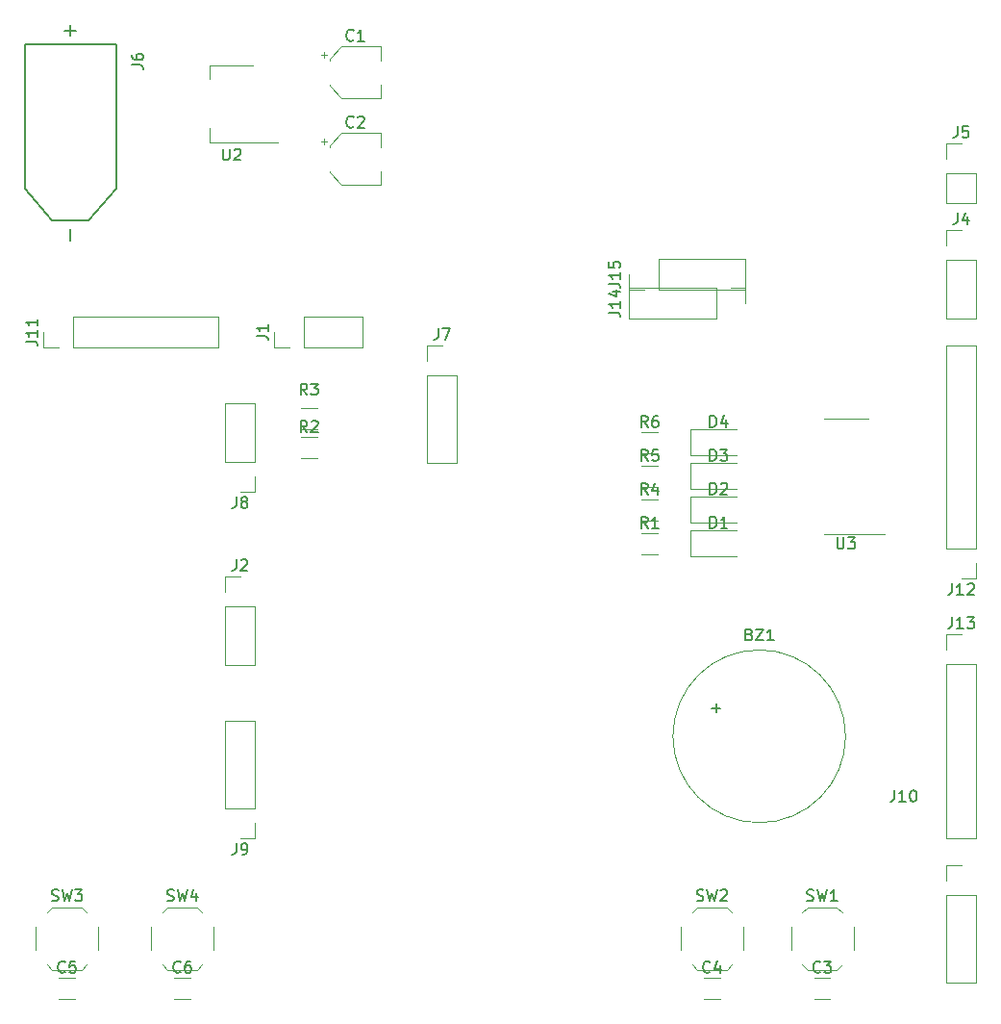
<source format=gbr>
%TF.GenerationSoftware,KiCad,Pcbnew,7.0.10-7.0.10~ubuntu22.04.1*%
%TF.CreationDate,2024-01-15T22:38:42+07:00*%
%TF.ProjectId,PCB_Sensor,5043425f-5365-46e7-936f-722e6b696361,rev?*%
%TF.SameCoordinates,Original*%
%TF.FileFunction,Legend,Top*%
%TF.FilePolarity,Positive*%
%FSLAX46Y46*%
G04 Gerber Fmt 4.6, Leading zero omitted, Abs format (unit mm)*
G04 Created by KiCad (PCBNEW 7.0.10-7.0.10~ubuntu22.04.1) date 2024-01-15 22:38:42*
%MOMM*%
%LPD*%
G01*
G04 APERTURE LIST*
%ADD10C,0.150000*%
%ADD11C,0.120000*%
%ADD12C,0.127000*%
G04 APERTURE END LIST*
D10*
X157146666Y-37764819D02*
X157146666Y-38479104D01*
X157146666Y-38479104D02*
X157099047Y-38621961D01*
X157099047Y-38621961D02*
X157003809Y-38717200D01*
X157003809Y-38717200D02*
X156860952Y-38764819D01*
X156860952Y-38764819D02*
X156765714Y-38764819D01*
X158051428Y-38098152D02*
X158051428Y-38764819D01*
X157813333Y-37717200D02*
X157575238Y-38431485D01*
X157575238Y-38431485D02*
X158194285Y-38431485D01*
X151590476Y-88564819D02*
X151590476Y-89279104D01*
X151590476Y-89279104D02*
X151542857Y-89421961D01*
X151542857Y-89421961D02*
X151447619Y-89517200D01*
X151447619Y-89517200D02*
X151304762Y-89564819D01*
X151304762Y-89564819D02*
X151209524Y-89564819D01*
X152590476Y-89564819D02*
X152019048Y-89564819D01*
X152304762Y-89564819D02*
X152304762Y-88564819D01*
X152304762Y-88564819D02*
X152209524Y-88707676D01*
X152209524Y-88707676D02*
X152114286Y-88802914D01*
X152114286Y-88802914D02*
X152019048Y-88850533D01*
X153209524Y-88564819D02*
X153304762Y-88564819D01*
X153304762Y-88564819D02*
X153400000Y-88612438D01*
X153400000Y-88612438D02*
X153447619Y-88660057D01*
X153447619Y-88660057D02*
X153495238Y-88755295D01*
X153495238Y-88755295D02*
X153542857Y-88945771D01*
X153542857Y-88945771D02*
X153542857Y-89183866D01*
X153542857Y-89183866D02*
X153495238Y-89374342D01*
X153495238Y-89374342D02*
X153447619Y-89469580D01*
X153447619Y-89469580D02*
X153400000Y-89517200D01*
X153400000Y-89517200D02*
X153304762Y-89564819D01*
X153304762Y-89564819D02*
X153209524Y-89564819D01*
X153209524Y-89564819D02*
X153114286Y-89517200D01*
X153114286Y-89517200D02*
X153066667Y-89469580D01*
X153066667Y-89469580D02*
X153019048Y-89374342D01*
X153019048Y-89374342D02*
X152971429Y-89183866D01*
X152971429Y-89183866D02*
X152971429Y-88945771D01*
X152971429Y-88945771D02*
X153019048Y-88755295D01*
X153019048Y-88755295D02*
X153066667Y-88660057D01*
X153066667Y-88660057D02*
X153114286Y-88612438D01*
X153114286Y-88612438D02*
X153209524Y-88564819D01*
X99883333Y-57054819D02*
X99550000Y-56578628D01*
X99311905Y-57054819D02*
X99311905Y-56054819D01*
X99311905Y-56054819D02*
X99692857Y-56054819D01*
X99692857Y-56054819D02*
X99788095Y-56102438D01*
X99788095Y-56102438D02*
X99835714Y-56150057D01*
X99835714Y-56150057D02*
X99883333Y-56245295D01*
X99883333Y-56245295D02*
X99883333Y-56388152D01*
X99883333Y-56388152D02*
X99835714Y-56483390D01*
X99835714Y-56483390D02*
X99788095Y-56531009D01*
X99788095Y-56531009D02*
X99692857Y-56578628D01*
X99692857Y-56578628D02*
X99311905Y-56578628D01*
X100264286Y-56150057D02*
X100311905Y-56102438D01*
X100311905Y-56102438D02*
X100407143Y-56054819D01*
X100407143Y-56054819D02*
X100645238Y-56054819D01*
X100645238Y-56054819D02*
X100740476Y-56102438D01*
X100740476Y-56102438D02*
X100788095Y-56150057D01*
X100788095Y-56150057D02*
X100835714Y-56245295D01*
X100835714Y-56245295D02*
X100835714Y-56340533D01*
X100835714Y-56340533D02*
X100788095Y-56483390D01*
X100788095Y-56483390D02*
X100216667Y-57054819D01*
X100216667Y-57054819D02*
X100835714Y-57054819D01*
X84449819Y-24748333D02*
X85164104Y-24748333D01*
X85164104Y-24748333D02*
X85306961Y-24795952D01*
X85306961Y-24795952D02*
X85402200Y-24891190D01*
X85402200Y-24891190D02*
X85449819Y-25034047D01*
X85449819Y-25034047D02*
X85449819Y-25129285D01*
X84449819Y-23843571D02*
X84449819Y-24034047D01*
X84449819Y-24034047D02*
X84497438Y-24129285D01*
X84497438Y-24129285D02*
X84545057Y-24176904D01*
X84545057Y-24176904D02*
X84687914Y-24272142D01*
X84687914Y-24272142D02*
X84878390Y-24319761D01*
X84878390Y-24319761D02*
X85259342Y-24319761D01*
X85259342Y-24319761D02*
X85354580Y-24272142D01*
X85354580Y-24272142D02*
X85402200Y-24224523D01*
X85402200Y-24224523D02*
X85449819Y-24129285D01*
X85449819Y-24129285D02*
X85449819Y-23938809D01*
X85449819Y-23938809D02*
X85402200Y-23843571D01*
X85402200Y-23843571D02*
X85354580Y-23795952D01*
X85354580Y-23795952D02*
X85259342Y-23748333D01*
X85259342Y-23748333D02*
X85021247Y-23748333D01*
X85021247Y-23748333D02*
X84926009Y-23795952D01*
X84926009Y-23795952D02*
X84878390Y-23843571D01*
X84878390Y-23843571D02*
X84830771Y-23938809D01*
X84830771Y-23938809D02*
X84830771Y-24129285D01*
X84830771Y-24129285D02*
X84878390Y-24224523D01*
X84878390Y-24224523D02*
X84926009Y-24272142D01*
X84926009Y-24272142D02*
X85021247Y-24319761D01*
X95444819Y-48593333D02*
X96159104Y-48593333D01*
X96159104Y-48593333D02*
X96301961Y-48640952D01*
X96301961Y-48640952D02*
X96397200Y-48736190D01*
X96397200Y-48736190D02*
X96444819Y-48879047D01*
X96444819Y-48879047D02*
X96444819Y-48974285D01*
X96444819Y-47593333D02*
X96444819Y-48164761D01*
X96444819Y-47879047D02*
X95444819Y-47879047D01*
X95444819Y-47879047D02*
X95587676Y-47974285D01*
X95587676Y-47974285D02*
X95682914Y-48069523D01*
X95682914Y-48069523D02*
X95730533Y-48164761D01*
X157146666Y-30144819D02*
X157146666Y-30859104D01*
X157146666Y-30859104D02*
X157099047Y-31001961D01*
X157099047Y-31001961D02*
X157003809Y-31097200D01*
X157003809Y-31097200D02*
X156860952Y-31144819D01*
X156860952Y-31144819D02*
X156765714Y-31144819D01*
X158099047Y-30144819D02*
X157622857Y-30144819D01*
X157622857Y-30144819D02*
X157575238Y-30621009D01*
X157575238Y-30621009D02*
X157622857Y-30573390D01*
X157622857Y-30573390D02*
X157718095Y-30525771D01*
X157718095Y-30525771D02*
X157956190Y-30525771D01*
X157956190Y-30525771D02*
X158051428Y-30573390D01*
X158051428Y-30573390D02*
X158099047Y-30621009D01*
X158099047Y-30621009D02*
X158146666Y-30716247D01*
X158146666Y-30716247D02*
X158146666Y-30954342D01*
X158146666Y-30954342D02*
X158099047Y-31049580D01*
X158099047Y-31049580D02*
X158051428Y-31097200D01*
X158051428Y-31097200D02*
X157956190Y-31144819D01*
X157956190Y-31144819D02*
X157718095Y-31144819D01*
X157718095Y-31144819D02*
X157622857Y-31097200D01*
X157622857Y-31097200D02*
X157575238Y-31049580D01*
X87566667Y-98257200D02*
X87709524Y-98304819D01*
X87709524Y-98304819D02*
X87947619Y-98304819D01*
X87947619Y-98304819D02*
X88042857Y-98257200D01*
X88042857Y-98257200D02*
X88090476Y-98209580D01*
X88090476Y-98209580D02*
X88138095Y-98114342D01*
X88138095Y-98114342D02*
X88138095Y-98019104D01*
X88138095Y-98019104D02*
X88090476Y-97923866D01*
X88090476Y-97923866D02*
X88042857Y-97876247D01*
X88042857Y-97876247D02*
X87947619Y-97828628D01*
X87947619Y-97828628D02*
X87757143Y-97781009D01*
X87757143Y-97781009D02*
X87661905Y-97733390D01*
X87661905Y-97733390D02*
X87614286Y-97685771D01*
X87614286Y-97685771D02*
X87566667Y-97590533D01*
X87566667Y-97590533D02*
X87566667Y-97495295D01*
X87566667Y-97495295D02*
X87614286Y-97400057D01*
X87614286Y-97400057D02*
X87661905Y-97352438D01*
X87661905Y-97352438D02*
X87757143Y-97304819D01*
X87757143Y-97304819D02*
X87995238Y-97304819D01*
X87995238Y-97304819D02*
X88138095Y-97352438D01*
X88471429Y-97304819D02*
X88709524Y-98304819D01*
X88709524Y-98304819D02*
X88900000Y-97590533D01*
X88900000Y-97590533D02*
X89090476Y-98304819D01*
X89090476Y-98304819D02*
X89328572Y-97304819D01*
X90138095Y-97638152D02*
X90138095Y-98304819D01*
X89900000Y-97257200D02*
X89661905Y-97971485D01*
X89661905Y-97971485D02*
X90280952Y-97971485D01*
X134206667Y-98257200D02*
X134349524Y-98304819D01*
X134349524Y-98304819D02*
X134587619Y-98304819D01*
X134587619Y-98304819D02*
X134682857Y-98257200D01*
X134682857Y-98257200D02*
X134730476Y-98209580D01*
X134730476Y-98209580D02*
X134778095Y-98114342D01*
X134778095Y-98114342D02*
X134778095Y-98019104D01*
X134778095Y-98019104D02*
X134730476Y-97923866D01*
X134730476Y-97923866D02*
X134682857Y-97876247D01*
X134682857Y-97876247D02*
X134587619Y-97828628D01*
X134587619Y-97828628D02*
X134397143Y-97781009D01*
X134397143Y-97781009D02*
X134301905Y-97733390D01*
X134301905Y-97733390D02*
X134254286Y-97685771D01*
X134254286Y-97685771D02*
X134206667Y-97590533D01*
X134206667Y-97590533D02*
X134206667Y-97495295D01*
X134206667Y-97495295D02*
X134254286Y-97400057D01*
X134254286Y-97400057D02*
X134301905Y-97352438D01*
X134301905Y-97352438D02*
X134397143Y-97304819D01*
X134397143Y-97304819D02*
X134635238Y-97304819D01*
X134635238Y-97304819D02*
X134778095Y-97352438D01*
X135111429Y-97304819D02*
X135349524Y-98304819D01*
X135349524Y-98304819D02*
X135540000Y-97590533D01*
X135540000Y-97590533D02*
X135730476Y-98304819D01*
X135730476Y-98304819D02*
X135968572Y-97304819D01*
X136301905Y-97400057D02*
X136349524Y-97352438D01*
X136349524Y-97352438D02*
X136444762Y-97304819D01*
X136444762Y-97304819D02*
X136682857Y-97304819D01*
X136682857Y-97304819D02*
X136778095Y-97352438D01*
X136778095Y-97352438D02*
X136825714Y-97400057D01*
X136825714Y-97400057D02*
X136873333Y-97495295D01*
X136873333Y-97495295D02*
X136873333Y-97590533D01*
X136873333Y-97590533D02*
X136825714Y-97733390D01*
X136825714Y-97733390D02*
X136254286Y-98304819D01*
X136254286Y-98304819D02*
X136873333Y-98304819D01*
X103973333Y-22559580D02*
X103925714Y-22607200D01*
X103925714Y-22607200D02*
X103782857Y-22654819D01*
X103782857Y-22654819D02*
X103687619Y-22654819D01*
X103687619Y-22654819D02*
X103544762Y-22607200D01*
X103544762Y-22607200D02*
X103449524Y-22511961D01*
X103449524Y-22511961D02*
X103401905Y-22416723D01*
X103401905Y-22416723D02*
X103354286Y-22226247D01*
X103354286Y-22226247D02*
X103354286Y-22083390D01*
X103354286Y-22083390D02*
X103401905Y-21892914D01*
X103401905Y-21892914D02*
X103449524Y-21797676D01*
X103449524Y-21797676D02*
X103544762Y-21702438D01*
X103544762Y-21702438D02*
X103687619Y-21654819D01*
X103687619Y-21654819D02*
X103782857Y-21654819D01*
X103782857Y-21654819D02*
X103925714Y-21702438D01*
X103925714Y-21702438D02*
X103973333Y-21750057D01*
X104925714Y-22654819D02*
X104354286Y-22654819D01*
X104640000Y-22654819D02*
X104640000Y-21654819D01*
X104640000Y-21654819D02*
X104544762Y-21797676D01*
X104544762Y-21797676D02*
X104449524Y-21892914D01*
X104449524Y-21892914D02*
X104354286Y-21940533D01*
X93646666Y-62744819D02*
X93646666Y-63459104D01*
X93646666Y-63459104D02*
X93599047Y-63601961D01*
X93599047Y-63601961D02*
X93503809Y-63697200D01*
X93503809Y-63697200D02*
X93360952Y-63744819D01*
X93360952Y-63744819D02*
X93265714Y-63744819D01*
X94265714Y-63173390D02*
X94170476Y-63125771D01*
X94170476Y-63125771D02*
X94122857Y-63078152D01*
X94122857Y-63078152D02*
X94075238Y-62982914D01*
X94075238Y-62982914D02*
X94075238Y-62935295D01*
X94075238Y-62935295D02*
X94122857Y-62840057D01*
X94122857Y-62840057D02*
X94170476Y-62792438D01*
X94170476Y-62792438D02*
X94265714Y-62744819D01*
X94265714Y-62744819D02*
X94456190Y-62744819D01*
X94456190Y-62744819D02*
X94551428Y-62792438D01*
X94551428Y-62792438D02*
X94599047Y-62840057D01*
X94599047Y-62840057D02*
X94646666Y-62935295D01*
X94646666Y-62935295D02*
X94646666Y-62982914D01*
X94646666Y-62982914D02*
X94599047Y-63078152D01*
X94599047Y-63078152D02*
X94551428Y-63125771D01*
X94551428Y-63125771D02*
X94456190Y-63173390D01*
X94456190Y-63173390D02*
X94265714Y-63173390D01*
X94265714Y-63173390D02*
X94170476Y-63221009D01*
X94170476Y-63221009D02*
X94122857Y-63268628D01*
X94122857Y-63268628D02*
X94075238Y-63363866D01*
X94075238Y-63363866D02*
X94075238Y-63554342D01*
X94075238Y-63554342D02*
X94122857Y-63649580D01*
X94122857Y-63649580D02*
X94170476Y-63697200D01*
X94170476Y-63697200D02*
X94265714Y-63744819D01*
X94265714Y-63744819D02*
X94456190Y-63744819D01*
X94456190Y-63744819D02*
X94551428Y-63697200D01*
X94551428Y-63697200D02*
X94599047Y-63649580D01*
X94599047Y-63649580D02*
X94646666Y-63554342D01*
X94646666Y-63554342D02*
X94646666Y-63363866D01*
X94646666Y-63363866D02*
X94599047Y-63268628D01*
X94599047Y-63268628D02*
X94551428Y-63221009D01*
X94551428Y-63221009D02*
X94456190Y-63173390D01*
X93646666Y-68244819D02*
X93646666Y-68959104D01*
X93646666Y-68959104D02*
X93599047Y-69101961D01*
X93599047Y-69101961D02*
X93503809Y-69197200D01*
X93503809Y-69197200D02*
X93360952Y-69244819D01*
X93360952Y-69244819D02*
X93265714Y-69244819D01*
X94075238Y-68340057D02*
X94122857Y-68292438D01*
X94122857Y-68292438D02*
X94218095Y-68244819D01*
X94218095Y-68244819D02*
X94456190Y-68244819D01*
X94456190Y-68244819D02*
X94551428Y-68292438D01*
X94551428Y-68292438D02*
X94599047Y-68340057D01*
X94599047Y-68340057D02*
X94646666Y-68435295D01*
X94646666Y-68435295D02*
X94646666Y-68530533D01*
X94646666Y-68530533D02*
X94599047Y-68673390D01*
X94599047Y-68673390D02*
X94027619Y-69244819D01*
X94027619Y-69244819D02*
X94646666Y-69244819D01*
X145073333Y-104524580D02*
X145025714Y-104572200D01*
X145025714Y-104572200D02*
X144882857Y-104619819D01*
X144882857Y-104619819D02*
X144787619Y-104619819D01*
X144787619Y-104619819D02*
X144644762Y-104572200D01*
X144644762Y-104572200D02*
X144549524Y-104476961D01*
X144549524Y-104476961D02*
X144501905Y-104381723D01*
X144501905Y-104381723D02*
X144454286Y-104191247D01*
X144454286Y-104191247D02*
X144454286Y-104048390D01*
X144454286Y-104048390D02*
X144501905Y-103857914D01*
X144501905Y-103857914D02*
X144549524Y-103762676D01*
X144549524Y-103762676D02*
X144644762Y-103667438D01*
X144644762Y-103667438D02*
X144787619Y-103619819D01*
X144787619Y-103619819D02*
X144882857Y-103619819D01*
X144882857Y-103619819D02*
X145025714Y-103667438D01*
X145025714Y-103667438D02*
X145073333Y-103715057D01*
X145406667Y-103619819D02*
X146025714Y-103619819D01*
X146025714Y-103619819D02*
X145692381Y-104000771D01*
X145692381Y-104000771D02*
X145835238Y-104000771D01*
X145835238Y-104000771D02*
X145930476Y-104048390D01*
X145930476Y-104048390D02*
X145978095Y-104096009D01*
X145978095Y-104096009D02*
X146025714Y-104191247D01*
X146025714Y-104191247D02*
X146025714Y-104429342D01*
X146025714Y-104429342D02*
X145978095Y-104524580D01*
X145978095Y-104524580D02*
X145930476Y-104572200D01*
X145930476Y-104572200D02*
X145835238Y-104619819D01*
X145835238Y-104619819D02*
X145549524Y-104619819D01*
X145549524Y-104619819D02*
X145454286Y-104572200D01*
X145454286Y-104572200D02*
X145406667Y-104524580D01*
X156670476Y-73324819D02*
X156670476Y-74039104D01*
X156670476Y-74039104D02*
X156622857Y-74181961D01*
X156622857Y-74181961D02*
X156527619Y-74277200D01*
X156527619Y-74277200D02*
X156384762Y-74324819D01*
X156384762Y-74324819D02*
X156289524Y-74324819D01*
X157670476Y-74324819D02*
X157099048Y-74324819D01*
X157384762Y-74324819D02*
X157384762Y-73324819D01*
X157384762Y-73324819D02*
X157289524Y-73467676D01*
X157289524Y-73467676D02*
X157194286Y-73562914D01*
X157194286Y-73562914D02*
X157099048Y-73610533D01*
X158003810Y-73324819D02*
X158622857Y-73324819D01*
X158622857Y-73324819D02*
X158289524Y-73705771D01*
X158289524Y-73705771D02*
X158432381Y-73705771D01*
X158432381Y-73705771D02*
X158527619Y-73753390D01*
X158527619Y-73753390D02*
X158575238Y-73801009D01*
X158575238Y-73801009D02*
X158622857Y-73896247D01*
X158622857Y-73896247D02*
X158622857Y-74134342D01*
X158622857Y-74134342D02*
X158575238Y-74229580D01*
X158575238Y-74229580D02*
X158527619Y-74277200D01*
X158527619Y-74277200D02*
X158432381Y-74324819D01*
X158432381Y-74324819D02*
X158146667Y-74324819D01*
X158146667Y-74324819D02*
X158051429Y-74277200D01*
X158051429Y-74277200D02*
X158003810Y-74229580D01*
X129870833Y-56634819D02*
X129537500Y-56158628D01*
X129299405Y-56634819D02*
X129299405Y-55634819D01*
X129299405Y-55634819D02*
X129680357Y-55634819D01*
X129680357Y-55634819D02*
X129775595Y-55682438D01*
X129775595Y-55682438D02*
X129823214Y-55730057D01*
X129823214Y-55730057D02*
X129870833Y-55825295D01*
X129870833Y-55825295D02*
X129870833Y-55968152D01*
X129870833Y-55968152D02*
X129823214Y-56063390D01*
X129823214Y-56063390D02*
X129775595Y-56111009D01*
X129775595Y-56111009D02*
X129680357Y-56158628D01*
X129680357Y-56158628D02*
X129299405Y-56158628D01*
X130727976Y-55634819D02*
X130537500Y-55634819D01*
X130537500Y-55634819D02*
X130442262Y-55682438D01*
X130442262Y-55682438D02*
X130394643Y-55730057D01*
X130394643Y-55730057D02*
X130299405Y-55872914D01*
X130299405Y-55872914D02*
X130251786Y-56063390D01*
X130251786Y-56063390D02*
X130251786Y-56444342D01*
X130251786Y-56444342D02*
X130299405Y-56539580D01*
X130299405Y-56539580D02*
X130347024Y-56587200D01*
X130347024Y-56587200D02*
X130442262Y-56634819D01*
X130442262Y-56634819D02*
X130632738Y-56634819D01*
X130632738Y-56634819D02*
X130727976Y-56587200D01*
X130727976Y-56587200D02*
X130775595Y-56539580D01*
X130775595Y-56539580D02*
X130823214Y-56444342D01*
X130823214Y-56444342D02*
X130823214Y-56206247D01*
X130823214Y-56206247D02*
X130775595Y-56111009D01*
X130775595Y-56111009D02*
X130727976Y-56063390D01*
X130727976Y-56063390D02*
X130632738Y-56015771D01*
X130632738Y-56015771D02*
X130442262Y-56015771D01*
X130442262Y-56015771D02*
X130347024Y-56063390D01*
X130347024Y-56063390D02*
X130299405Y-56111009D01*
X130299405Y-56111009D02*
X130251786Y-56206247D01*
X135373333Y-104524580D02*
X135325714Y-104572200D01*
X135325714Y-104572200D02*
X135182857Y-104619819D01*
X135182857Y-104619819D02*
X135087619Y-104619819D01*
X135087619Y-104619819D02*
X134944762Y-104572200D01*
X134944762Y-104572200D02*
X134849524Y-104476961D01*
X134849524Y-104476961D02*
X134801905Y-104381723D01*
X134801905Y-104381723D02*
X134754286Y-104191247D01*
X134754286Y-104191247D02*
X134754286Y-104048390D01*
X134754286Y-104048390D02*
X134801905Y-103857914D01*
X134801905Y-103857914D02*
X134849524Y-103762676D01*
X134849524Y-103762676D02*
X134944762Y-103667438D01*
X134944762Y-103667438D02*
X135087619Y-103619819D01*
X135087619Y-103619819D02*
X135182857Y-103619819D01*
X135182857Y-103619819D02*
X135325714Y-103667438D01*
X135325714Y-103667438D02*
X135373333Y-103715057D01*
X136230476Y-103953152D02*
X136230476Y-104619819D01*
X135992381Y-103572200D02*
X135754286Y-104286485D01*
X135754286Y-104286485D02*
X136373333Y-104286485D01*
X126454819Y-46529523D02*
X127169104Y-46529523D01*
X127169104Y-46529523D02*
X127311961Y-46577142D01*
X127311961Y-46577142D02*
X127407200Y-46672380D01*
X127407200Y-46672380D02*
X127454819Y-46815237D01*
X127454819Y-46815237D02*
X127454819Y-46910475D01*
X127454819Y-45529523D02*
X127454819Y-46100951D01*
X127454819Y-45815237D02*
X126454819Y-45815237D01*
X126454819Y-45815237D02*
X126597676Y-45910475D01*
X126597676Y-45910475D02*
X126692914Y-46005713D01*
X126692914Y-46005713D02*
X126740533Y-46100951D01*
X126788152Y-44672380D02*
X127454819Y-44672380D01*
X126407200Y-44910475D02*
X127121485Y-45148570D01*
X127121485Y-45148570D02*
X127121485Y-44529523D01*
X126454819Y-43989523D02*
X127169104Y-43989523D01*
X127169104Y-43989523D02*
X127311961Y-44037142D01*
X127311961Y-44037142D02*
X127407200Y-44132380D01*
X127407200Y-44132380D02*
X127454819Y-44275237D01*
X127454819Y-44275237D02*
X127454819Y-44370475D01*
X127454819Y-42989523D02*
X127454819Y-43560951D01*
X127454819Y-43275237D02*
X126454819Y-43275237D01*
X126454819Y-43275237D02*
X126597676Y-43370475D01*
X126597676Y-43370475D02*
X126692914Y-43465713D01*
X126692914Y-43465713D02*
X126740533Y-43560951D01*
X126454819Y-42084761D02*
X126454819Y-42560951D01*
X126454819Y-42560951D02*
X126931009Y-42608570D01*
X126931009Y-42608570D02*
X126883390Y-42560951D01*
X126883390Y-42560951D02*
X126835771Y-42465713D01*
X126835771Y-42465713D02*
X126835771Y-42227618D01*
X126835771Y-42227618D02*
X126883390Y-42132380D01*
X126883390Y-42132380D02*
X126931009Y-42084761D01*
X126931009Y-42084761D02*
X127026247Y-42037142D01*
X127026247Y-42037142D02*
X127264342Y-42037142D01*
X127264342Y-42037142D02*
X127359580Y-42084761D01*
X127359580Y-42084761D02*
X127407200Y-42132380D01*
X127407200Y-42132380D02*
X127454819Y-42227618D01*
X127454819Y-42227618D02*
X127454819Y-42465713D01*
X127454819Y-42465713D02*
X127407200Y-42560951D01*
X127407200Y-42560951D02*
X127359580Y-42608570D01*
X138829047Y-74861009D02*
X138971904Y-74908628D01*
X138971904Y-74908628D02*
X139019523Y-74956247D01*
X139019523Y-74956247D02*
X139067142Y-75051485D01*
X139067142Y-75051485D02*
X139067142Y-75194342D01*
X139067142Y-75194342D02*
X139019523Y-75289580D01*
X139019523Y-75289580D02*
X138971904Y-75337200D01*
X138971904Y-75337200D02*
X138876666Y-75384819D01*
X138876666Y-75384819D02*
X138495714Y-75384819D01*
X138495714Y-75384819D02*
X138495714Y-74384819D01*
X138495714Y-74384819D02*
X138829047Y-74384819D01*
X138829047Y-74384819D02*
X138924285Y-74432438D01*
X138924285Y-74432438D02*
X138971904Y-74480057D01*
X138971904Y-74480057D02*
X139019523Y-74575295D01*
X139019523Y-74575295D02*
X139019523Y-74670533D01*
X139019523Y-74670533D02*
X138971904Y-74765771D01*
X138971904Y-74765771D02*
X138924285Y-74813390D01*
X138924285Y-74813390D02*
X138829047Y-74861009D01*
X138829047Y-74861009D02*
X138495714Y-74861009D01*
X139400476Y-74384819D02*
X140067142Y-74384819D01*
X140067142Y-74384819D02*
X139400476Y-75384819D01*
X139400476Y-75384819D02*
X140067142Y-75384819D01*
X140971904Y-75384819D02*
X140400476Y-75384819D01*
X140686190Y-75384819D02*
X140686190Y-74384819D01*
X140686190Y-74384819D02*
X140590952Y-74527676D01*
X140590952Y-74527676D02*
X140495714Y-74622914D01*
X140495714Y-74622914D02*
X140400476Y-74670533D01*
X135509048Y-81353866D02*
X136270953Y-81353866D01*
X135890000Y-81734819D02*
X135890000Y-80972914D01*
X129870833Y-65514819D02*
X129537500Y-65038628D01*
X129299405Y-65514819D02*
X129299405Y-64514819D01*
X129299405Y-64514819D02*
X129680357Y-64514819D01*
X129680357Y-64514819D02*
X129775595Y-64562438D01*
X129775595Y-64562438D02*
X129823214Y-64610057D01*
X129823214Y-64610057D02*
X129870833Y-64705295D01*
X129870833Y-64705295D02*
X129870833Y-64848152D01*
X129870833Y-64848152D02*
X129823214Y-64943390D01*
X129823214Y-64943390D02*
X129775595Y-64991009D01*
X129775595Y-64991009D02*
X129680357Y-65038628D01*
X129680357Y-65038628D02*
X129299405Y-65038628D01*
X130823214Y-65514819D02*
X130251786Y-65514819D01*
X130537500Y-65514819D02*
X130537500Y-64514819D01*
X130537500Y-64514819D02*
X130442262Y-64657676D01*
X130442262Y-64657676D02*
X130347024Y-64752914D01*
X130347024Y-64752914D02*
X130251786Y-64800533D01*
X92478095Y-32134819D02*
X92478095Y-32944342D01*
X92478095Y-32944342D02*
X92525714Y-33039580D01*
X92525714Y-33039580D02*
X92573333Y-33087200D01*
X92573333Y-33087200D02*
X92668571Y-33134819D01*
X92668571Y-33134819D02*
X92859047Y-33134819D01*
X92859047Y-33134819D02*
X92954285Y-33087200D01*
X92954285Y-33087200D02*
X93001904Y-33039580D01*
X93001904Y-33039580D02*
X93049523Y-32944342D01*
X93049523Y-32944342D02*
X93049523Y-32134819D01*
X93478095Y-32230057D02*
X93525714Y-32182438D01*
X93525714Y-32182438D02*
X93620952Y-32134819D01*
X93620952Y-32134819D02*
X93859047Y-32134819D01*
X93859047Y-32134819D02*
X93954285Y-32182438D01*
X93954285Y-32182438D02*
X94001904Y-32230057D01*
X94001904Y-32230057D02*
X94049523Y-32325295D01*
X94049523Y-32325295D02*
X94049523Y-32420533D01*
X94049523Y-32420533D02*
X94001904Y-32563390D01*
X94001904Y-32563390D02*
X93430476Y-33134819D01*
X93430476Y-33134819D02*
X94049523Y-33134819D01*
X111426666Y-47924819D02*
X111426666Y-48639104D01*
X111426666Y-48639104D02*
X111379047Y-48781961D01*
X111379047Y-48781961D02*
X111283809Y-48877200D01*
X111283809Y-48877200D02*
X111140952Y-48924819D01*
X111140952Y-48924819D02*
X111045714Y-48924819D01*
X111807619Y-47924819D02*
X112474285Y-47924819D01*
X112474285Y-47924819D02*
X112045714Y-48924819D01*
X93646666Y-93224819D02*
X93646666Y-93939104D01*
X93646666Y-93939104D02*
X93599047Y-94081961D01*
X93599047Y-94081961D02*
X93503809Y-94177200D01*
X93503809Y-94177200D02*
X93360952Y-94224819D01*
X93360952Y-94224819D02*
X93265714Y-94224819D01*
X94170476Y-94224819D02*
X94360952Y-94224819D01*
X94360952Y-94224819D02*
X94456190Y-94177200D01*
X94456190Y-94177200D02*
X94503809Y-94129580D01*
X94503809Y-94129580D02*
X94599047Y-93986723D01*
X94599047Y-93986723D02*
X94646666Y-93796247D01*
X94646666Y-93796247D02*
X94646666Y-93415295D01*
X94646666Y-93415295D02*
X94599047Y-93320057D01*
X94599047Y-93320057D02*
X94551428Y-93272438D01*
X94551428Y-93272438D02*
X94456190Y-93224819D01*
X94456190Y-93224819D02*
X94265714Y-93224819D01*
X94265714Y-93224819D02*
X94170476Y-93272438D01*
X94170476Y-93272438D02*
X94122857Y-93320057D01*
X94122857Y-93320057D02*
X94075238Y-93415295D01*
X94075238Y-93415295D02*
X94075238Y-93653390D01*
X94075238Y-93653390D02*
X94122857Y-93748628D01*
X94122857Y-93748628D02*
X94170476Y-93796247D01*
X94170476Y-93796247D02*
X94265714Y-93843866D01*
X94265714Y-93843866D02*
X94456190Y-93843866D01*
X94456190Y-93843866D02*
X94551428Y-93796247D01*
X94551428Y-93796247D02*
X94599047Y-93748628D01*
X94599047Y-93748628D02*
X94646666Y-93653390D01*
X129870833Y-59594819D02*
X129537500Y-59118628D01*
X129299405Y-59594819D02*
X129299405Y-58594819D01*
X129299405Y-58594819D02*
X129680357Y-58594819D01*
X129680357Y-58594819D02*
X129775595Y-58642438D01*
X129775595Y-58642438D02*
X129823214Y-58690057D01*
X129823214Y-58690057D02*
X129870833Y-58785295D01*
X129870833Y-58785295D02*
X129870833Y-58928152D01*
X129870833Y-58928152D02*
X129823214Y-59023390D01*
X129823214Y-59023390D02*
X129775595Y-59071009D01*
X129775595Y-59071009D02*
X129680357Y-59118628D01*
X129680357Y-59118628D02*
X129299405Y-59118628D01*
X130775595Y-58594819D02*
X130299405Y-58594819D01*
X130299405Y-58594819D02*
X130251786Y-59071009D01*
X130251786Y-59071009D02*
X130299405Y-59023390D01*
X130299405Y-59023390D02*
X130394643Y-58975771D01*
X130394643Y-58975771D02*
X130632738Y-58975771D01*
X130632738Y-58975771D02*
X130727976Y-59023390D01*
X130727976Y-59023390D02*
X130775595Y-59071009D01*
X130775595Y-59071009D02*
X130823214Y-59166247D01*
X130823214Y-59166247D02*
X130823214Y-59404342D01*
X130823214Y-59404342D02*
X130775595Y-59499580D01*
X130775595Y-59499580D02*
X130727976Y-59547200D01*
X130727976Y-59547200D02*
X130632738Y-59594819D01*
X130632738Y-59594819D02*
X130394643Y-59594819D01*
X130394643Y-59594819D02*
X130299405Y-59547200D01*
X130299405Y-59547200D02*
X130251786Y-59499580D01*
X77406667Y-98257200D02*
X77549524Y-98304819D01*
X77549524Y-98304819D02*
X77787619Y-98304819D01*
X77787619Y-98304819D02*
X77882857Y-98257200D01*
X77882857Y-98257200D02*
X77930476Y-98209580D01*
X77930476Y-98209580D02*
X77978095Y-98114342D01*
X77978095Y-98114342D02*
X77978095Y-98019104D01*
X77978095Y-98019104D02*
X77930476Y-97923866D01*
X77930476Y-97923866D02*
X77882857Y-97876247D01*
X77882857Y-97876247D02*
X77787619Y-97828628D01*
X77787619Y-97828628D02*
X77597143Y-97781009D01*
X77597143Y-97781009D02*
X77501905Y-97733390D01*
X77501905Y-97733390D02*
X77454286Y-97685771D01*
X77454286Y-97685771D02*
X77406667Y-97590533D01*
X77406667Y-97590533D02*
X77406667Y-97495295D01*
X77406667Y-97495295D02*
X77454286Y-97400057D01*
X77454286Y-97400057D02*
X77501905Y-97352438D01*
X77501905Y-97352438D02*
X77597143Y-97304819D01*
X77597143Y-97304819D02*
X77835238Y-97304819D01*
X77835238Y-97304819D02*
X77978095Y-97352438D01*
X78311429Y-97304819D02*
X78549524Y-98304819D01*
X78549524Y-98304819D02*
X78740000Y-97590533D01*
X78740000Y-97590533D02*
X78930476Y-98304819D01*
X78930476Y-98304819D02*
X79168572Y-97304819D01*
X79454286Y-97304819D02*
X80073333Y-97304819D01*
X80073333Y-97304819D02*
X79740000Y-97685771D01*
X79740000Y-97685771D02*
X79882857Y-97685771D01*
X79882857Y-97685771D02*
X79978095Y-97733390D01*
X79978095Y-97733390D02*
X80025714Y-97781009D01*
X80025714Y-97781009D02*
X80073333Y-97876247D01*
X80073333Y-97876247D02*
X80073333Y-98114342D01*
X80073333Y-98114342D02*
X80025714Y-98209580D01*
X80025714Y-98209580D02*
X79978095Y-98257200D01*
X79978095Y-98257200D02*
X79882857Y-98304819D01*
X79882857Y-98304819D02*
X79597143Y-98304819D01*
X79597143Y-98304819D02*
X79501905Y-98257200D01*
X79501905Y-98257200D02*
X79454286Y-98209580D01*
X78573333Y-104524580D02*
X78525714Y-104572200D01*
X78525714Y-104572200D02*
X78382857Y-104619819D01*
X78382857Y-104619819D02*
X78287619Y-104619819D01*
X78287619Y-104619819D02*
X78144762Y-104572200D01*
X78144762Y-104572200D02*
X78049524Y-104476961D01*
X78049524Y-104476961D02*
X78001905Y-104381723D01*
X78001905Y-104381723D02*
X77954286Y-104191247D01*
X77954286Y-104191247D02*
X77954286Y-104048390D01*
X77954286Y-104048390D02*
X78001905Y-103857914D01*
X78001905Y-103857914D02*
X78049524Y-103762676D01*
X78049524Y-103762676D02*
X78144762Y-103667438D01*
X78144762Y-103667438D02*
X78287619Y-103619819D01*
X78287619Y-103619819D02*
X78382857Y-103619819D01*
X78382857Y-103619819D02*
X78525714Y-103667438D01*
X78525714Y-103667438D02*
X78573333Y-103715057D01*
X79478095Y-103619819D02*
X79001905Y-103619819D01*
X79001905Y-103619819D02*
X78954286Y-104096009D01*
X78954286Y-104096009D02*
X79001905Y-104048390D01*
X79001905Y-104048390D02*
X79097143Y-104000771D01*
X79097143Y-104000771D02*
X79335238Y-104000771D01*
X79335238Y-104000771D02*
X79430476Y-104048390D01*
X79430476Y-104048390D02*
X79478095Y-104096009D01*
X79478095Y-104096009D02*
X79525714Y-104191247D01*
X79525714Y-104191247D02*
X79525714Y-104429342D01*
X79525714Y-104429342D02*
X79478095Y-104524580D01*
X79478095Y-104524580D02*
X79430476Y-104572200D01*
X79430476Y-104572200D02*
X79335238Y-104619819D01*
X79335238Y-104619819D02*
X79097143Y-104619819D01*
X79097143Y-104619819D02*
X79001905Y-104572200D01*
X79001905Y-104572200D02*
X78954286Y-104524580D01*
X75124819Y-49069523D02*
X75839104Y-49069523D01*
X75839104Y-49069523D02*
X75981961Y-49117142D01*
X75981961Y-49117142D02*
X76077200Y-49212380D01*
X76077200Y-49212380D02*
X76124819Y-49355237D01*
X76124819Y-49355237D02*
X76124819Y-49450475D01*
X76124819Y-48069523D02*
X76124819Y-48640951D01*
X76124819Y-48355237D02*
X75124819Y-48355237D01*
X75124819Y-48355237D02*
X75267676Y-48450475D01*
X75267676Y-48450475D02*
X75362914Y-48545713D01*
X75362914Y-48545713D02*
X75410533Y-48640951D01*
X76124819Y-47117142D02*
X76124819Y-47688570D01*
X76124819Y-47402856D02*
X75124819Y-47402856D01*
X75124819Y-47402856D02*
X75267676Y-47498094D01*
X75267676Y-47498094D02*
X75362914Y-47593332D01*
X75362914Y-47593332D02*
X75410533Y-47688570D01*
X103973333Y-30179580D02*
X103925714Y-30227200D01*
X103925714Y-30227200D02*
X103782857Y-30274819D01*
X103782857Y-30274819D02*
X103687619Y-30274819D01*
X103687619Y-30274819D02*
X103544762Y-30227200D01*
X103544762Y-30227200D02*
X103449524Y-30131961D01*
X103449524Y-30131961D02*
X103401905Y-30036723D01*
X103401905Y-30036723D02*
X103354286Y-29846247D01*
X103354286Y-29846247D02*
X103354286Y-29703390D01*
X103354286Y-29703390D02*
X103401905Y-29512914D01*
X103401905Y-29512914D02*
X103449524Y-29417676D01*
X103449524Y-29417676D02*
X103544762Y-29322438D01*
X103544762Y-29322438D02*
X103687619Y-29274819D01*
X103687619Y-29274819D02*
X103782857Y-29274819D01*
X103782857Y-29274819D02*
X103925714Y-29322438D01*
X103925714Y-29322438D02*
X103973333Y-29370057D01*
X104354286Y-29370057D02*
X104401905Y-29322438D01*
X104401905Y-29322438D02*
X104497143Y-29274819D01*
X104497143Y-29274819D02*
X104735238Y-29274819D01*
X104735238Y-29274819D02*
X104830476Y-29322438D01*
X104830476Y-29322438D02*
X104878095Y-29370057D01*
X104878095Y-29370057D02*
X104925714Y-29465295D01*
X104925714Y-29465295D02*
X104925714Y-29560533D01*
X104925714Y-29560533D02*
X104878095Y-29703390D01*
X104878095Y-29703390D02*
X104306667Y-30274819D01*
X104306667Y-30274819D02*
X104925714Y-30274819D01*
X146558095Y-66314819D02*
X146558095Y-67124342D01*
X146558095Y-67124342D02*
X146605714Y-67219580D01*
X146605714Y-67219580D02*
X146653333Y-67267200D01*
X146653333Y-67267200D02*
X146748571Y-67314819D01*
X146748571Y-67314819D02*
X146939047Y-67314819D01*
X146939047Y-67314819D02*
X147034285Y-67267200D01*
X147034285Y-67267200D02*
X147081904Y-67219580D01*
X147081904Y-67219580D02*
X147129523Y-67124342D01*
X147129523Y-67124342D02*
X147129523Y-66314819D01*
X147510476Y-66314819D02*
X148129523Y-66314819D01*
X148129523Y-66314819D02*
X147796190Y-66695771D01*
X147796190Y-66695771D02*
X147939047Y-66695771D01*
X147939047Y-66695771D02*
X148034285Y-66743390D01*
X148034285Y-66743390D02*
X148081904Y-66791009D01*
X148081904Y-66791009D02*
X148129523Y-66886247D01*
X148129523Y-66886247D02*
X148129523Y-67124342D01*
X148129523Y-67124342D02*
X148081904Y-67219580D01*
X148081904Y-67219580D02*
X148034285Y-67267200D01*
X148034285Y-67267200D02*
X147939047Y-67314819D01*
X147939047Y-67314819D02*
X147653333Y-67314819D01*
X147653333Y-67314819D02*
X147558095Y-67267200D01*
X147558095Y-67267200D02*
X147510476Y-67219580D01*
X129870833Y-62554819D02*
X129537500Y-62078628D01*
X129299405Y-62554819D02*
X129299405Y-61554819D01*
X129299405Y-61554819D02*
X129680357Y-61554819D01*
X129680357Y-61554819D02*
X129775595Y-61602438D01*
X129775595Y-61602438D02*
X129823214Y-61650057D01*
X129823214Y-61650057D02*
X129870833Y-61745295D01*
X129870833Y-61745295D02*
X129870833Y-61888152D01*
X129870833Y-61888152D02*
X129823214Y-61983390D01*
X129823214Y-61983390D02*
X129775595Y-62031009D01*
X129775595Y-62031009D02*
X129680357Y-62078628D01*
X129680357Y-62078628D02*
X129299405Y-62078628D01*
X130727976Y-61888152D02*
X130727976Y-62554819D01*
X130489881Y-61507200D02*
X130251786Y-62221485D01*
X130251786Y-62221485D02*
X130870833Y-62221485D01*
X135369405Y-59569819D02*
X135369405Y-58569819D01*
X135369405Y-58569819D02*
X135607500Y-58569819D01*
X135607500Y-58569819D02*
X135750357Y-58617438D01*
X135750357Y-58617438D02*
X135845595Y-58712676D01*
X135845595Y-58712676D02*
X135893214Y-58807914D01*
X135893214Y-58807914D02*
X135940833Y-58998390D01*
X135940833Y-58998390D02*
X135940833Y-59141247D01*
X135940833Y-59141247D02*
X135893214Y-59331723D01*
X135893214Y-59331723D02*
X135845595Y-59426961D01*
X135845595Y-59426961D02*
X135750357Y-59522200D01*
X135750357Y-59522200D02*
X135607500Y-59569819D01*
X135607500Y-59569819D02*
X135369405Y-59569819D01*
X136274167Y-58569819D02*
X136893214Y-58569819D01*
X136893214Y-58569819D02*
X136559881Y-58950771D01*
X136559881Y-58950771D02*
X136702738Y-58950771D01*
X136702738Y-58950771D02*
X136797976Y-58998390D01*
X136797976Y-58998390D02*
X136845595Y-59046009D01*
X136845595Y-59046009D02*
X136893214Y-59141247D01*
X136893214Y-59141247D02*
X136893214Y-59379342D01*
X136893214Y-59379342D02*
X136845595Y-59474580D01*
X136845595Y-59474580D02*
X136797976Y-59522200D01*
X136797976Y-59522200D02*
X136702738Y-59569819D01*
X136702738Y-59569819D02*
X136417024Y-59569819D01*
X136417024Y-59569819D02*
X136321786Y-59522200D01*
X136321786Y-59522200D02*
X136274167Y-59474580D01*
X88733333Y-104524580D02*
X88685714Y-104572200D01*
X88685714Y-104572200D02*
X88542857Y-104619819D01*
X88542857Y-104619819D02*
X88447619Y-104619819D01*
X88447619Y-104619819D02*
X88304762Y-104572200D01*
X88304762Y-104572200D02*
X88209524Y-104476961D01*
X88209524Y-104476961D02*
X88161905Y-104381723D01*
X88161905Y-104381723D02*
X88114286Y-104191247D01*
X88114286Y-104191247D02*
X88114286Y-104048390D01*
X88114286Y-104048390D02*
X88161905Y-103857914D01*
X88161905Y-103857914D02*
X88209524Y-103762676D01*
X88209524Y-103762676D02*
X88304762Y-103667438D01*
X88304762Y-103667438D02*
X88447619Y-103619819D01*
X88447619Y-103619819D02*
X88542857Y-103619819D01*
X88542857Y-103619819D02*
X88685714Y-103667438D01*
X88685714Y-103667438D02*
X88733333Y-103715057D01*
X89590476Y-103619819D02*
X89400000Y-103619819D01*
X89400000Y-103619819D02*
X89304762Y-103667438D01*
X89304762Y-103667438D02*
X89257143Y-103715057D01*
X89257143Y-103715057D02*
X89161905Y-103857914D01*
X89161905Y-103857914D02*
X89114286Y-104048390D01*
X89114286Y-104048390D02*
X89114286Y-104429342D01*
X89114286Y-104429342D02*
X89161905Y-104524580D01*
X89161905Y-104524580D02*
X89209524Y-104572200D01*
X89209524Y-104572200D02*
X89304762Y-104619819D01*
X89304762Y-104619819D02*
X89495238Y-104619819D01*
X89495238Y-104619819D02*
X89590476Y-104572200D01*
X89590476Y-104572200D02*
X89638095Y-104524580D01*
X89638095Y-104524580D02*
X89685714Y-104429342D01*
X89685714Y-104429342D02*
X89685714Y-104191247D01*
X89685714Y-104191247D02*
X89638095Y-104096009D01*
X89638095Y-104096009D02*
X89590476Y-104048390D01*
X89590476Y-104048390D02*
X89495238Y-104000771D01*
X89495238Y-104000771D02*
X89304762Y-104000771D01*
X89304762Y-104000771D02*
X89209524Y-104048390D01*
X89209524Y-104048390D02*
X89161905Y-104096009D01*
X89161905Y-104096009D02*
X89114286Y-104191247D01*
X135369405Y-65489819D02*
X135369405Y-64489819D01*
X135369405Y-64489819D02*
X135607500Y-64489819D01*
X135607500Y-64489819D02*
X135750357Y-64537438D01*
X135750357Y-64537438D02*
X135845595Y-64632676D01*
X135845595Y-64632676D02*
X135893214Y-64727914D01*
X135893214Y-64727914D02*
X135940833Y-64918390D01*
X135940833Y-64918390D02*
X135940833Y-65061247D01*
X135940833Y-65061247D02*
X135893214Y-65251723D01*
X135893214Y-65251723D02*
X135845595Y-65346961D01*
X135845595Y-65346961D02*
X135750357Y-65442200D01*
X135750357Y-65442200D02*
X135607500Y-65489819D01*
X135607500Y-65489819D02*
X135369405Y-65489819D01*
X136893214Y-65489819D02*
X136321786Y-65489819D01*
X136607500Y-65489819D02*
X136607500Y-64489819D01*
X136607500Y-64489819D02*
X136512262Y-64632676D01*
X136512262Y-64632676D02*
X136417024Y-64727914D01*
X136417024Y-64727914D02*
X136321786Y-64775533D01*
X143906667Y-98257200D02*
X144049524Y-98304819D01*
X144049524Y-98304819D02*
X144287619Y-98304819D01*
X144287619Y-98304819D02*
X144382857Y-98257200D01*
X144382857Y-98257200D02*
X144430476Y-98209580D01*
X144430476Y-98209580D02*
X144478095Y-98114342D01*
X144478095Y-98114342D02*
X144478095Y-98019104D01*
X144478095Y-98019104D02*
X144430476Y-97923866D01*
X144430476Y-97923866D02*
X144382857Y-97876247D01*
X144382857Y-97876247D02*
X144287619Y-97828628D01*
X144287619Y-97828628D02*
X144097143Y-97781009D01*
X144097143Y-97781009D02*
X144001905Y-97733390D01*
X144001905Y-97733390D02*
X143954286Y-97685771D01*
X143954286Y-97685771D02*
X143906667Y-97590533D01*
X143906667Y-97590533D02*
X143906667Y-97495295D01*
X143906667Y-97495295D02*
X143954286Y-97400057D01*
X143954286Y-97400057D02*
X144001905Y-97352438D01*
X144001905Y-97352438D02*
X144097143Y-97304819D01*
X144097143Y-97304819D02*
X144335238Y-97304819D01*
X144335238Y-97304819D02*
X144478095Y-97352438D01*
X144811429Y-97304819D02*
X145049524Y-98304819D01*
X145049524Y-98304819D02*
X145240000Y-97590533D01*
X145240000Y-97590533D02*
X145430476Y-98304819D01*
X145430476Y-98304819D02*
X145668572Y-97304819D01*
X146573333Y-98304819D02*
X146001905Y-98304819D01*
X146287619Y-98304819D02*
X146287619Y-97304819D01*
X146287619Y-97304819D02*
X146192381Y-97447676D01*
X146192381Y-97447676D02*
X146097143Y-97542914D01*
X146097143Y-97542914D02*
X146001905Y-97590533D01*
X156670476Y-70364819D02*
X156670476Y-71079104D01*
X156670476Y-71079104D02*
X156622857Y-71221961D01*
X156622857Y-71221961D02*
X156527619Y-71317200D01*
X156527619Y-71317200D02*
X156384762Y-71364819D01*
X156384762Y-71364819D02*
X156289524Y-71364819D01*
X157670476Y-71364819D02*
X157099048Y-71364819D01*
X157384762Y-71364819D02*
X157384762Y-70364819D01*
X157384762Y-70364819D02*
X157289524Y-70507676D01*
X157289524Y-70507676D02*
X157194286Y-70602914D01*
X157194286Y-70602914D02*
X157099048Y-70650533D01*
X158051429Y-70460057D02*
X158099048Y-70412438D01*
X158099048Y-70412438D02*
X158194286Y-70364819D01*
X158194286Y-70364819D02*
X158432381Y-70364819D01*
X158432381Y-70364819D02*
X158527619Y-70412438D01*
X158527619Y-70412438D02*
X158575238Y-70460057D01*
X158575238Y-70460057D02*
X158622857Y-70555295D01*
X158622857Y-70555295D02*
X158622857Y-70650533D01*
X158622857Y-70650533D02*
X158575238Y-70793390D01*
X158575238Y-70793390D02*
X158003810Y-71364819D01*
X158003810Y-71364819D02*
X158622857Y-71364819D01*
X135369405Y-56609819D02*
X135369405Y-55609819D01*
X135369405Y-55609819D02*
X135607500Y-55609819D01*
X135607500Y-55609819D02*
X135750357Y-55657438D01*
X135750357Y-55657438D02*
X135845595Y-55752676D01*
X135845595Y-55752676D02*
X135893214Y-55847914D01*
X135893214Y-55847914D02*
X135940833Y-56038390D01*
X135940833Y-56038390D02*
X135940833Y-56181247D01*
X135940833Y-56181247D02*
X135893214Y-56371723D01*
X135893214Y-56371723D02*
X135845595Y-56466961D01*
X135845595Y-56466961D02*
X135750357Y-56562200D01*
X135750357Y-56562200D02*
X135607500Y-56609819D01*
X135607500Y-56609819D02*
X135369405Y-56609819D01*
X136797976Y-55943152D02*
X136797976Y-56609819D01*
X136559881Y-55562200D02*
X136321786Y-56276485D01*
X136321786Y-56276485D02*
X136940833Y-56276485D01*
X99883333Y-53794819D02*
X99550000Y-53318628D01*
X99311905Y-53794819D02*
X99311905Y-52794819D01*
X99311905Y-52794819D02*
X99692857Y-52794819D01*
X99692857Y-52794819D02*
X99788095Y-52842438D01*
X99788095Y-52842438D02*
X99835714Y-52890057D01*
X99835714Y-52890057D02*
X99883333Y-52985295D01*
X99883333Y-52985295D02*
X99883333Y-53128152D01*
X99883333Y-53128152D02*
X99835714Y-53223390D01*
X99835714Y-53223390D02*
X99788095Y-53271009D01*
X99788095Y-53271009D02*
X99692857Y-53318628D01*
X99692857Y-53318628D02*
X99311905Y-53318628D01*
X100216667Y-52794819D02*
X100835714Y-52794819D01*
X100835714Y-52794819D02*
X100502381Y-53175771D01*
X100502381Y-53175771D02*
X100645238Y-53175771D01*
X100645238Y-53175771D02*
X100740476Y-53223390D01*
X100740476Y-53223390D02*
X100788095Y-53271009D01*
X100788095Y-53271009D02*
X100835714Y-53366247D01*
X100835714Y-53366247D02*
X100835714Y-53604342D01*
X100835714Y-53604342D02*
X100788095Y-53699580D01*
X100788095Y-53699580D02*
X100740476Y-53747200D01*
X100740476Y-53747200D02*
X100645238Y-53794819D01*
X100645238Y-53794819D02*
X100359524Y-53794819D01*
X100359524Y-53794819D02*
X100264286Y-53747200D01*
X100264286Y-53747200D02*
X100216667Y-53699580D01*
X135369405Y-62529819D02*
X135369405Y-61529819D01*
X135369405Y-61529819D02*
X135607500Y-61529819D01*
X135607500Y-61529819D02*
X135750357Y-61577438D01*
X135750357Y-61577438D02*
X135845595Y-61672676D01*
X135845595Y-61672676D02*
X135893214Y-61767914D01*
X135893214Y-61767914D02*
X135940833Y-61958390D01*
X135940833Y-61958390D02*
X135940833Y-62101247D01*
X135940833Y-62101247D02*
X135893214Y-62291723D01*
X135893214Y-62291723D02*
X135845595Y-62386961D01*
X135845595Y-62386961D02*
X135750357Y-62482200D01*
X135750357Y-62482200D02*
X135607500Y-62529819D01*
X135607500Y-62529819D02*
X135369405Y-62529819D01*
X136321786Y-61625057D02*
X136369405Y-61577438D01*
X136369405Y-61577438D02*
X136464643Y-61529819D01*
X136464643Y-61529819D02*
X136702738Y-61529819D01*
X136702738Y-61529819D02*
X136797976Y-61577438D01*
X136797976Y-61577438D02*
X136845595Y-61625057D01*
X136845595Y-61625057D02*
X136893214Y-61720295D01*
X136893214Y-61720295D02*
X136893214Y-61815533D01*
X136893214Y-61815533D02*
X136845595Y-61958390D01*
X136845595Y-61958390D02*
X136274167Y-62529819D01*
X136274167Y-62529819D02*
X136893214Y-62529819D01*
D11*
%TO.C,J4*%
X156150000Y-39310000D02*
X157480000Y-39310000D01*
X156150000Y-40640000D02*
X156150000Y-39310000D01*
X156150000Y-41910000D02*
X156150000Y-47050000D01*
X156150000Y-41910000D02*
X158810000Y-41910000D01*
X156150000Y-47050000D02*
X158810000Y-47050000D01*
X158810000Y-41910000D02*
X158810000Y-47050000D01*
%TO.C,J10*%
X156150000Y-95190000D02*
X157480000Y-95190000D01*
X156150000Y-96520000D02*
X156150000Y-95190000D01*
X156150000Y-97790000D02*
X156150000Y-105470000D01*
X156150000Y-97790000D02*
X158810000Y-97790000D01*
X156150000Y-105470000D02*
X158810000Y-105470000D01*
X158810000Y-97790000D02*
X158810000Y-105470000D01*
%TO.C,R2*%
X99322936Y-57510000D02*
X100777064Y-57510000D01*
X99322936Y-59330000D02*
X100777064Y-59330000D01*
D12*
%TO.C,J6*%
X79060000Y-21220000D02*
X79060000Y-22220000D01*
X79560000Y-21720000D02*
X78560000Y-21720000D01*
X83110000Y-22970000D02*
X83110000Y-35670000D01*
X75010000Y-22970000D02*
X83110000Y-22970000D01*
X83110000Y-35670000D02*
X80660000Y-38470000D01*
X75010000Y-35670000D02*
X75010000Y-22970000D01*
X80660000Y-38470000D02*
X77460000Y-38470000D01*
X77460000Y-38470000D02*
X75010000Y-35670000D01*
X79060000Y-39220000D02*
X79060000Y-40220000D01*
D11*
%TO.C,J1*%
X96990000Y-49590000D02*
X96990000Y-48260000D01*
X98320000Y-49590000D02*
X96990000Y-49590000D01*
X99590000Y-49590000D02*
X104730000Y-49590000D01*
X99590000Y-49590000D02*
X99590000Y-46930000D01*
X104730000Y-49590000D02*
X104730000Y-46930000D01*
X99590000Y-46930000D02*
X104730000Y-46930000D01*
%TO.C,J5*%
X156150000Y-31690000D02*
X157480000Y-31690000D01*
X156150000Y-33020000D02*
X156150000Y-31690000D01*
X156150000Y-34290000D02*
X156150000Y-36890000D01*
X156150000Y-34290000D02*
X158810000Y-34290000D01*
X156150000Y-36890000D02*
X158810000Y-36890000D01*
X158810000Y-34290000D02*
X158810000Y-36890000D01*
%TO.C,SW4*%
X86150000Y-100600000D02*
X86150000Y-102600000D01*
X87150000Y-99300000D02*
X87600000Y-98850000D01*
X87150000Y-103900000D02*
X87600000Y-104350000D01*
X87600000Y-98850000D02*
X90200000Y-98850000D01*
X87600000Y-104350000D02*
X90200000Y-104350000D01*
X90650000Y-99300000D02*
X90200000Y-98850000D01*
X90650000Y-103900000D02*
X90200000Y-104350000D01*
X91650000Y-100600000D02*
X91650000Y-102600000D01*
%TO.C,SW2*%
X132790000Y-100600000D02*
X132790000Y-102600000D01*
X133790000Y-99300000D02*
X134240000Y-98850000D01*
X133790000Y-103900000D02*
X134240000Y-104350000D01*
X134240000Y-98850000D02*
X136840000Y-98850000D01*
X134240000Y-104350000D02*
X136840000Y-104350000D01*
X137290000Y-99300000D02*
X136840000Y-98850000D01*
X137290000Y-103900000D02*
X136840000Y-104350000D01*
X138290000Y-100600000D02*
X138290000Y-102600000D01*
%TO.C,C1*%
X101140000Y-23840000D02*
X101640000Y-23840000D01*
X101390000Y-23590000D02*
X101390000Y-24090000D01*
X101880000Y-24204437D02*
X101880000Y-24340000D01*
X101880000Y-24204437D02*
X102944437Y-23140000D01*
X101880000Y-26595563D02*
X101880000Y-26460000D01*
X101880000Y-26595563D02*
X102944437Y-27660000D01*
X102944437Y-23140000D02*
X106400000Y-23140000D01*
X102944437Y-27660000D02*
X106400000Y-27660000D01*
X106400000Y-23140000D02*
X106400000Y-24340000D01*
X106400000Y-27660000D02*
X106400000Y-26460000D01*
%TO.C,J8*%
X95310000Y-62290000D02*
X93980000Y-62290000D01*
X95310000Y-60960000D02*
X95310000Y-62290000D01*
X95310000Y-59690000D02*
X95310000Y-54550000D01*
X95310000Y-59690000D02*
X92650000Y-59690000D01*
X95310000Y-54550000D02*
X92650000Y-54550000D01*
X92650000Y-59690000D02*
X92650000Y-54550000D01*
%TO.C,J2*%
X92650000Y-69790000D02*
X93980000Y-69790000D01*
X92650000Y-71120000D02*
X92650000Y-69790000D01*
X92650000Y-72390000D02*
X92650000Y-77530000D01*
X92650000Y-72390000D02*
X95310000Y-72390000D01*
X92650000Y-77530000D02*
X95310000Y-77530000D01*
X95310000Y-72390000D02*
X95310000Y-77530000D01*
%TO.C,C3*%
X144528748Y-105105000D02*
X145951252Y-105105000D01*
X144528748Y-106925000D02*
X145951252Y-106925000D01*
%TO.C,J13*%
X156150000Y-74870000D02*
X157480000Y-74870000D01*
X156150000Y-76200000D02*
X156150000Y-74870000D01*
X156150000Y-77470000D02*
X156150000Y-92770000D01*
X156150000Y-77470000D02*
X158810000Y-77470000D01*
X156150000Y-92770000D02*
X158810000Y-92770000D01*
X158810000Y-77470000D02*
X158810000Y-92770000D01*
%TO.C,R6*%
X129310436Y-57090000D02*
X130764564Y-57090000D01*
X129310436Y-58910000D02*
X130764564Y-58910000D01*
%TO.C,C4*%
X134828748Y-105105000D02*
X136251252Y-105105000D01*
X134828748Y-106925000D02*
X136251252Y-106925000D01*
%TO.C,J14*%
X138490000Y-44390000D02*
X138490000Y-45720000D01*
X137160000Y-44390000D02*
X138490000Y-44390000D01*
X135890000Y-44390000D02*
X128210000Y-44390000D01*
X135890000Y-44390000D02*
X135890000Y-47050000D01*
X128210000Y-44390000D02*
X128210000Y-47050000D01*
X135890000Y-47050000D02*
X128210000Y-47050000D01*
%TO.C,J15*%
X128210000Y-44510000D02*
X128210000Y-43180000D01*
X129540000Y-44510000D02*
X128210000Y-44510000D01*
X130810000Y-44510000D02*
X138490000Y-44510000D01*
X130810000Y-44510000D02*
X130810000Y-41850000D01*
X138490000Y-44510000D02*
X138490000Y-41850000D01*
X130810000Y-41850000D02*
X138490000Y-41850000D01*
%TO.C,BZ1*%
X147300000Y-83820000D02*
G75*
G03*
X132100000Y-83820000I-7600000J0D01*
G01*
X132100000Y-83820000D02*
G75*
G03*
X147300000Y-83820000I7600000J0D01*
G01*
%TO.C,R1*%
X129310436Y-65970000D02*
X130764564Y-65970000D01*
X129310436Y-67790000D02*
X130764564Y-67790000D01*
%TO.C,U2*%
X97340000Y-31590000D02*
X91330000Y-31590000D01*
X95090000Y-24770000D02*
X91330000Y-24770000D01*
X91330000Y-31590000D02*
X91330000Y-30330000D01*
X91330000Y-24770000D02*
X91330000Y-26030000D01*
%TO.C,J7*%
X110430000Y-49470000D02*
X111760000Y-49470000D01*
X110430000Y-50800000D02*
X110430000Y-49470000D01*
X110430000Y-52070000D02*
X110430000Y-59750000D01*
X110430000Y-52070000D02*
X113090000Y-52070000D01*
X110430000Y-59750000D02*
X113090000Y-59750000D01*
X113090000Y-52070000D02*
X113090000Y-59750000D01*
%TO.C,J9*%
X95310000Y-92770000D02*
X93980000Y-92770000D01*
X95310000Y-91440000D02*
X95310000Y-92770000D01*
X95310000Y-90170000D02*
X95310000Y-82490000D01*
X95310000Y-90170000D02*
X92650000Y-90170000D01*
X95310000Y-82490000D02*
X92650000Y-82490000D01*
X92650000Y-90170000D02*
X92650000Y-82490000D01*
%TO.C,R5*%
X129310436Y-60050000D02*
X130764564Y-60050000D01*
X129310436Y-61870000D02*
X130764564Y-61870000D01*
%TO.C,SW3*%
X75990000Y-100600000D02*
X75990000Y-102600000D01*
X76990000Y-99300000D02*
X77440000Y-98850000D01*
X76990000Y-103900000D02*
X77440000Y-104350000D01*
X77440000Y-98850000D02*
X80040000Y-98850000D01*
X77440000Y-104350000D02*
X80040000Y-104350000D01*
X80490000Y-99300000D02*
X80040000Y-98850000D01*
X80490000Y-103900000D02*
X80040000Y-104350000D01*
X81490000Y-100600000D02*
X81490000Y-102600000D01*
%TO.C,C5*%
X78028748Y-105105000D02*
X79451252Y-105105000D01*
X78028748Y-106925000D02*
X79451252Y-106925000D01*
%TO.C,J11*%
X76670000Y-49590000D02*
X76670000Y-48260000D01*
X78000000Y-49590000D02*
X76670000Y-49590000D01*
X79270000Y-49590000D02*
X92030000Y-49590000D01*
X79270000Y-49590000D02*
X79270000Y-46930000D01*
X92030000Y-49590000D02*
X92030000Y-46930000D01*
X79270000Y-46930000D02*
X92030000Y-46930000D01*
%TO.C,C2*%
X101140000Y-31460000D02*
X101640000Y-31460000D01*
X101390000Y-31210000D02*
X101390000Y-31710000D01*
X101880000Y-31824437D02*
X101880000Y-31960000D01*
X101880000Y-31824437D02*
X102944437Y-30760000D01*
X101880000Y-34215563D02*
X101880000Y-34080000D01*
X101880000Y-34215563D02*
X102944437Y-35280000D01*
X102944437Y-30760000D02*
X106400000Y-30760000D01*
X102944437Y-35280000D02*
X106400000Y-35280000D01*
X106400000Y-30760000D02*
X106400000Y-31960000D01*
X106400000Y-35280000D02*
X106400000Y-34080000D01*
%TO.C,U3*%
X147320000Y-66020000D02*
X150770000Y-66020000D01*
X147320000Y-66020000D02*
X145370000Y-66020000D01*
X147320000Y-55900000D02*
X149270000Y-55900000D01*
X147320000Y-55900000D02*
X145370000Y-55900000D01*
%TO.C,R4*%
X129310436Y-63010000D02*
X130764564Y-63010000D01*
X129310436Y-64830000D02*
X130764564Y-64830000D01*
%TO.C,D3*%
X133647500Y-59800000D02*
X133647500Y-62070000D01*
X133647500Y-62070000D02*
X137707500Y-62070000D01*
X137707500Y-59800000D02*
X133647500Y-59800000D01*
%TO.C,C6*%
X88188748Y-105105000D02*
X89611252Y-105105000D01*
X88188748Y-106925000D02*
X89611252Y-106925000D01*
%TO.C,D1*%
X133647500Y-65720000D02*
X133647500Y-67990000D01*
X133647500Y-67990000D02*
X137707500Y-67990000D01*
X137707500Y-65720000D02*
X133647500Y-65720000D01*
%TO.C,SW1*%
X142490000Y-100600000D02*
X142490000Y-102600000D01*
X143490000Y-99300000D02*
X143940000Y-98850000D01*
X143490000Y-103900000D02*
X143940000Y-104350000D01*
X143940000Y-98850000D02*
X146540000Y-98850000D01*
X143940000Y-104350000D02*
X146540000Y-104350000D01*
X146990000Y-99300000D02*
X146540000Y-98850000D01*
X146990000Y-103900000D02*
X146540000Y-104350000D01*
X147990000Y-100600000D02*
X147990000Y-102600000D01*
%TO.C,J12*%
X158810000Y-69910000D02*
X157480000Y-69910000D01*
X158810000Y-68580000D02*
X158810000Y-69910000D01*
X158810000Y-67310000D02*
X158810000Y-49470000D01*
X158810000Y-67310000D02*
X156150000Y-67310000D01*
X158810000Y-49470000D02*
X156150000Y-49470000D01*
X156150000Y-67310000D02*
X156150000Y-49470000D01*
%TO.C,D4*%
X133647500Y-56840000D02*
X133647500Y-59110000D01*
X133647500Y-59110000D02*
X137707500Y-59110000D01*
X137707500Y-56840000D02*
X133647500Y-56840000D01*
%TO.C,R3*%
X100777064Y-56790000D02*
X99322936Y-56790000D01*
X100777064Y-54970000D02*
X99322936Y-54970000D01*
%TO.C,D2*%
X133647500Y-62760000D02*
X133647500Y-65030000D01*
X133647500Y-65030000D02*
X137707500Y-65030000D01*
X137707500Y-62760000D02*
X133647500Y-62760000D01*
%TD*%
M02*

</source>
